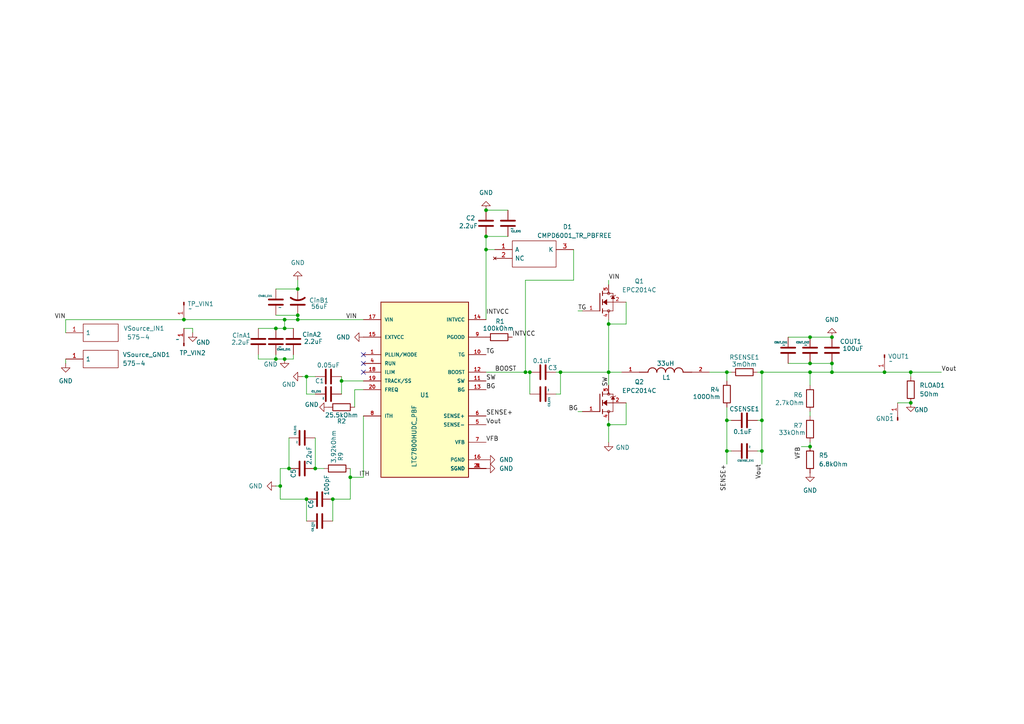
<source format=kicad_sch>
(kicad_sch (version 20250114) (generator "eeschema") (generator_version "9.0")
  (paper "A4")
  (lib_symbols
    (symbol "575-4:575-4" (pin_names (offset 0.762))
      (property "Reference" "TP" (at 16.51 7.62 0))
      (property "Value" "575-4" (at 16.51 5.08 0))
      (symbol "575-4_0_0"
        (pin passive line (at 0 0 0) (length 5.08) (name "1") (number "1"))
      )
      (symbol "575-4_0_1"
        (polyline (pts (xy 5.08 2.54) (xy 15.24 2.54) (xy 15.24 -2.54) (xy 5.08 -2.54) (xy 5.08 2.54)) (stroke (width 0.1524)))
      )
    )
    (symbol "CMPD6001_TR_PBFREE:CMPD6001_TR_PBFREE" (pin_names (offset 0.762))
      (property "Reference" "D" (at 19.05 7.62 0))
      (property "Value" "CMPD6001_TR_PBFREE" (at 19.05 5.08 0))
      (symbol "CMPD6001_TR_PBFREE_0_0"
        (pin passive line (at 0 0 0) (length 5.08) (name "A") (number "1"))
        (pin no_connect line (at 0 -2.54 0) (length 5.08) (name "NC") (number "2"))
        (pin passive line (at 22.86 0 180) (length 5.08) (name "K") (number "3"))
      )
      (symbol "CMPD6001_TR_PBFREE_0_1"
        (polyline (pts (xy 5.08 2.54) (xy 17.78 2.54) (xy 17.78 -5.08) (xy 5.08 -5.08) (xy 5.08 2.54)) (stroke (width 0.1524)))
      )
    )
    (symbol "Connector:Conn_01x01_Pin" (pin_names (offset 1.016) (hide yes))
      (property "Reference" "J" (at 0 2.54 0))
      (property "Value" "Conn_01x01_Pin" (at 0 -2.54 0))
      (symbol "Conn_01x01_Pin_1_1"
        (rectangle (start 0.8636 0.127) (end 0 -0.127) (stroke (width 0.1524)) (fill (type outline)))
        (polyline (pts (xy 1.27 0) (xy 0.8636 0)) (stroke (width 0.1524)))
        (pin passive line (at 5.08 0 180) (length 3.81) (name "Pin_1") (number "1"))
      )
    )
    (symbol "Device:C" (pin_numbers (hide yes)) (pin_names (offset 0.254))
      (property "Reference" "C" (at 0.635 2.54 0))
      (property "Value" "C" (at 0.635 -2.54 0))
      (symbol "C_0_1"
        (polyline (pts (xy -2.032 0.762) (xy 2.032 0.762)) (stroke (width 0.508)))
        (polyline (pts (xy -2.032 -0.762) (xy 2.032 -0.762)) (stroke (width 0.508)))
      )
      (symbol "C_1_1"
        (pin passive line (at 0 3.81 270) (length 2.794) (name "~") (number "1"))
        (pin passive line (at 0 -3.81 90) (length 2.794) (name "~") (number "2"))
      )
    )
    (symbol "Device:C_US" (pin_numbers (hide yes)) (pin_names (offset 0.254) (hide yes))
      (property "Reference" "C" (at 0.635 2.54 0))
      (property "Value" "C_US" (at 0.635 -2.54 0))
      (symbol "C_US_0_1"
        (polyline (pts (xy -2.032 0.762) (xy 2.032 0.762)) (stroke (width 0.508)))
        (arc (start -2.032 -1.27) (mid 0 -0.5572) (end 2.032 -1.27) (stroke (width 0.508)))
      )
      (symbol "C_US_1_1"
        (pin passive line (at 0 3.81 270) (length 2.794) (name "~") (number "1"))
        (pin passive line (at 0 -3.81 90) (length 3.302) (name "~") (number "2"))
      )
    )
    (symbol "Device:R" (pin_numbers (hide yes)) (pin_names (offset 0))
      (property "Reference" "R" (at 2.032 0 90))
      (property "Value" "R" (at 0 0 90))
      (symbol "R_0_1"
        (rectangle (start -1.016 -2.54) (end 1.016 2.54) (stroke (width 0.254)))
      )
      (symbol "R_1_1"
        (pin passive line (at 0 3.81 270) (length 1.27) (name "~") (number "1"))
        (pin passive line (at 0 -3.81 90) (length 1.27) (name "~") (number "2"))
      )
    )
    (symbol "EPC2014C:EPC2014C" (pin_names (offset 1.016))
      (property "Reference" "Q" (at -8.89 3.81 0))
      (property "Value" "EPC2014C" (at -8.89 -7.62 0))
      (symbol "EPC2014C_0_0"
        (polyline (pts (xy 0 2.54) (xy 0 -2.54)) (stroke (width 0.254)))
        (polyline (pts (xy 0.762 3.175) (xy 0.762 2.54)) (stroke (width 0.254)))
        (polyline (pts (xy 0.762 2.54) (xy 0.762 1.905)) (stroke (width 0.254)))
        (polyline (pts (xy 0.762 2.54) (xy 3.81 2.54)) (stroke (width 0.1524)))
        (polyline (pts (xy 0.762 0.762) (xy 0.762 0)) (stroke (width 0.254)))
        (polyline (pts (xy 0.762 0) (xy 0.762 -0.762)) (stroke (width 0.254)))
        (polyline (pts (xy 0.762 0) (xy 2.54 0)) (stroke (width 0.1524)))
        (polyline (pts (xy 0.762 -1.905) (xy 0.762 -2.54)) (stroke (width 0.254)))
        (polyline (pts (xy 0.762 -2.54) (xy 0.762 -3.175)) (stroke (width 0.254)))
        (polyline (pts (xy 1.016 0) (xy 2.032 0.762) (xy 2.032 -0.762) (xy 1.016 0)) (stroke (width 0.1524)) (fill (type outline)))
        (circle (center 2.54 2.54) (radius 0.3592))
        (circle (center 2.54 -2.54) (radius 0.3592))
        (polyline (pts (xy 3.302 1.778) (xy 3.048 1.524)) (stroke (width 0.1524)))
        (polyline (pts (xy 3.81 2.54) (xy 3.81 -2.54)) (stroke (width 0.1524)))
        (polyline (pts (xy 3.81 1.778) (xy 3.302 1.016) (xy 4.318 1.016) (xy 3.81 1.778)) (stroke (width 0.1524)) (fill (type outline)))
        (polyline (pts (xy 3.81 -2.54) (xy 0.762 -2.54)) (stroke (width 0.1524)))
        (polyline (pts (xy 4.318 1.778) (xy 3.302 1.778)) (stroke (width 0.1524)))
        (polyline (pts (xy 4.572 2.032) (xy 4.318 1.778)) (stroke (width 0.1524)))
        (pin passive line (at -5.08 -2.54 0) (length 5.08) (name "~") (number "1"))
        (pin passive line (at 2.54 5.08 270) (length 2.54) (name "~") (number "3"))
        (pin passive line (at 2.54 5.08 270) (length 2.54) (name "~") (number "5"))
        (pin passive line (at 2.54 -5.08 90) (length 2.54) (name "~") (number "4"))
        (pin passive line (at 7.62 0 180) (length 5.08) (name "~") (number "2"))
      )
    )
    (symbol "LTC7800HUDC_PBF:LTC7800HUDC_PBF" (pin_names (offset 1.016))
      (property "Reference" "U" (at -12.7145 26.1919 0))
      (property "Value" "LTC7800HUDC_PBF" (at -12.7165 -27.9764 0))
      (symbol "LTC7800HUDC_PBF_0_0"
        (rectangle (start -12.7 -25.4) (end 12.7 25.4) (stroke (width 0.254)) (fill (type background)))
        (pin input line (at -17.78 20.32 0) (length 5.08) (name "VIN") (number "17"))
        (pin input line (at -17.78 15.24 0) (length 5.08) (name "EXTVCC") (number "15"))
        (pin input line (at -17.78 10.16 0) (length 5.08) (name "PLLIN/MODE") (number "1"))
        (pin input line (at -17.78 7.62 0) (length 5.08) (name "RUN") (number "4"))
        (pin input line (at -17.78 5.08 0) (length 5.08) (name "ILIM") (number "18"))
        (pin input line (at -17.78 2.54 0) (length 5.08) (name "TRACK/SS") (number "19"))
        (pin input line (at -17.78 0 0) (length 5.08) (name "FREQ") (number "20"))
        (pin passive line (at -17.78 -7.62 0) (length 5.08) (name "ITH") (number "8"))
        (pin output line (at 17.78 20.32 180) (length 5.08) (name "INTVCC") (number "14"))
        (pin output line (at 17.78 15.24 180) (length 5.08) (name "PGOOD") (number "9"))
        (pin output line (at 17.78 10.16 180) (length 5.08) (name "TG") (number "10"))
        (pin passive line (at 17.78 5.08 180) (length 5.08) (name "BOOST") (number "12"))
        (pin passive line (at 17.78 2.54 180) (length 5.08) (name "SW") (number "11"))
        (pin output line (at 17.78 0 180) (length 5.08) (name "BG") (number "13"))
        (pin input line (at 17.78 -7.62 180) (length 5.08) (name "SENSE+") (number "6"))
        (pin input line (at 17.78 -10.16 180) (length 5.08) (name "SENSE-") (number "5"))
        (pin input line (at 17.78 -15.24 180) (length 5.08) (name "VFB") (number "7"))
        (pin power_in line (at 17.78 -20.32 180) (length 5.08) (name "PGND") (number "16"))
        (pin power_in line (at 17.78 -22.86 180) (length 5.08) (name "SGND") (number "2"))
        (pin power_in line (at 17.78 -22.86 180) (length 5.08) (name "SGND") (number "21"))
        (pin power_in line (at 17.78 -22.86 180) (length 5.08) (name "SGND") (number "3"))
      )
    )
    (symbol "XGL1010-333MED:XGL1010-333MED" (pin_names (offset 1.016))
      (property "Reference" "L" (at -10.16 7.62 0))
      (property "Value" "XGL1010-333MED" (at -10.16 5.08 0))
      (symbol "XGL1010-333MED_0_0"
        (polyline (pts (xy -5.08 0) (xy -7.62 0)) (stroke (width 0.254)))
        (arc (start -5.08 0) (mid -3.81 1.2645) (end -2.54 0) (stroke (width 0.254)))
        (arc (start -2.54 0) (mid -1.27 1.2645) (end 0 0) (stroke (width 0.254)))
        (arc (start 0 0) (mid 1.27 1.2645) (end 2.54 0) (stroke (width 0.254)))
        (arc (start 2.54 0) (mid 3.81 1.2645) (end 5.08 0) (stroke (width 0.254)))
        (polyline (pts (xy 5.08 0) (xy 7.62 0)) (stroke (width 0.254)))
        (pin passive line (at -12.7 0 0) (length 5.08) (name "~") (number "1"))
        (pin passive line (at 12.7 0 180) (length 5.08) (name "~") (number "2"))
      )
    )
    (symbol "power:GND" (power) (pin_numbers (hide yes)) (pin_names (offset 0) (hide yes))
      (property "Value" "GND" (at 0 -3.81 0))
      (symbol "GND_0_1"
        (polyline (pts (xy 0 0) (xy 0 -1.27) (xy 1.27 -1.27) (xy 0 -2.54) (xy -1.27 -1.27) (xy 0 -1.27)))
      )
      (symbol "GND_1_1"
        (pin power_in line (at 0 0 270) (length 0) (name "~") (number "1"))
      )
    )
  )
  (junction (at 241.3 107.95))
  (junction (at 256.54 107.95))
  (junction (at 152.4 107.95))
  (junction (at 99.06 110.49))
  (junction (at 241.3 97.79))
  (junction (at 162.56 107.95))
  (junction (at 140.97 68.58))
  (junction (at 88.9 144.78))
  (junction (at 101.6 138.43))
  (junction (at 140.97 72.39))
  (junction (at 86.36 92.71))
  (junction (at 86.36 83.82))
  (junction (at 234.95 129.54))
  (junction (at 81.28 140.97))
  (junction (at 220.98 130.81))
  (junction (at 80.01 104.14))
  (junction (at 234.95 107.95))
  (junction (at 140.97 60.96))
  (junction (at 264.16 107.95))
  (junction (at 234.95 97.79))
  (junction (at 241.3 105.41))
  (junction (at 234.95 105.41))
  (junction (at 210.82 107.95))
  (junction (at 176.53 93.98))
  (junction (at 176.53 107.95))
  (junction (at 80.01 95.25))
  (junction (at 220.98 121.92))
  (junction (at 176.53 123.19))
  (junction (at 82.55 104.14))
  (junction (at 153.67 107.95))
  (junction (at 96.52 144.78))
  (junction (at 91.44 135.89))
  (junction (at 82.55 92.71))
  (junction (at 83.82 135.89))
  (junction (at 220.98 107.95))
  (junction (at 53.34 92.71))
  (junction (at 88.9 109.22))
  (junction (at 82.55 95.25))
  (junction (at 210.82 121.92))
  (junction (at 210.82 130.81))
  (junction (at 264.16 116.84))
  (junction (at 86.36 91.44))
  (no_connect (at 105.41 107.95))
  (no_connect (at 105.41 105.41))
  (no_connect (at 105.41 102.87))
  (wire (pts (xy 105.41 138.43) (xy 105.41 120.65)))
  (wire (pts (xy 210.82 130.81) (xy 212.09 130.81)))
  (wire (pts (xy 80.01 91.44) (xy 86.36 91.44)))
  (wire (pts (xy 88.9 109.22) (xy 91.44 109.22)))
  (wire (pts (xy 234.95 97.79) (xy 241.3 97.79)))
  (wire (pts (xy 176.53 121.92) (xy 176.53 123.19)))
  (wire (pts (xy 82.55 92.71) (xy 86.36 92.71)))
  (wire (pts (xy 219.71 130.81) (xy 220.98 130.81)))
  (wire (pts (xy 234.95 128.27) (xy 234.95 129.54)))
  (wire (pts (xy 55.88 95.25) (xy 53.34 95.25)))
  (wire (pts (xy 210.82 107.95) (xy 212.09 107.95)))
  (wire (pts (xy 176.53 107.95) (xy 176.53 111.76)))
  (wire (pts (xy 80.01 95.25) (xy 82.55 95.25)))
  (wire (pts (xy 140.97 68.58) (xy 140.97 72.39)))
  (wire (pts (xy 81.28 144.78) (xy 88.9 144.78)))
  (wire (pts (xy 81.28 135.89) (xy 81.28 140.97)))
  (wire (pts (xy 241.3 107.95) (xy 256.54 107.95)))
  (wire (pts (xy 167.64 119.38) (xy 168.91 119.38)))
  (wire (pts (xy 220.98 107.95) (xy 220.98 121.92)))
  (wire (pts (xy 102.87 118.11) (xy 102.87 113.03)))
  (wire (pts (xy 19.05 92.71) (xy 19.05 96.52)))
  (wire (pts (xy 162.56 107.95) (xy 176.53 107.95)))
  (wire (pts (xy 96.52 144.78) (xy 96.52 151.13)))
  (wire (pts (xy 140.97 68.58) (xy 147.32 68.58)))
  (wire (pts (xy 87.63 109.22) (xy 88.9 109.22)))
  (wire (pts (xy 219.71 121.92) (xy 220.98 121.92)))
  (wire (pts (xy 176.53 92.71) (xy 176.53 93.98)))
  (wire (pts (xy 234.95 105.41) (xy 241.3 105.41)))
  (wire (pts (xy 101.6 135.89) (xy 101.6 138.43)))
  (wire (pts (xy 210.82 121.92) (xy 212.09 121.92)))
  (wire (pts (xy 264.16 107.95) (xy 264.16 109.22)))
  (wire (pts (xy 210.82 107.95) (xy 210.82 110.49)))
  (wire (pts (xy 176.53 93.98) (xy 176.53 107.95)))
  (wire (pts (xy 80.01 102.87) (xy 80.01 104.14)))
  (wire (pts (xy 161.29 114.3) (xy 162.56 114.3)))
  (wire (pts (xy 101.6 138.43) (xy 101.6 144.78)))
  (wire (pts (xy 220.98 121.92) (xy 220.98 130.81)))
  (wire (pts (xy 80.01 83.82) (xy 86.36 83.82)))
  (wire (pts (xy 219.71 107.95) (xy 220.98 107.95)))
  (wire (pts (xy 140.97 60.96) (xy 147.32 60.96)))
  (wire (pts (xy 260.35 116.84) (xy 264.16 116.84)))
  (wire (pts (xy 166.37 72.39) (xy 166.37 81.28)))
  (wire (pts (xy 210.82 118.11) (xy 210.82 121.92)))
  (wire (pts (xy 85.09 104.14) (xy 85.09 102.87)))
  (wire (pts (xy 140.97 107.95) (xy 152.4 107.95)))
  (wire (pts (xy 166.37 81.28) (xy 152.4 81.28)))
  (wire (pts (xy 74.93 104.14) (xy 80.01 104.14)))
  (wire (pts (xy 80.01 104.14) (xy 82.55 104.14)))
  (wire (pts (xy 234.95 107.95) (xy 241.3 107.95)))
  (wire (pts (xy 181.61 123.19) (xy 176.53 123.19)))
  (wire (pts (xy 86.36 81.28) (xy 86.36 83.82)))
  (wire (pts (xy 256.54 107.95) (xy 264.16 107.95)))
  (wire (pts (xy 86.36 92.71) (xy 105.41 92.71)))
  (wire (pts (xy 232.41 129.54) (xy 234.95 129.54)))
  (wire (pts (xy 161.29 107.95) (xy 162.56 107.95)))
  (wire (pts (xy 234.95 107.95) (xy 234.95 111.76)))
  (wire (pts (xy 99.06 109.22) (xy 99.06 110.49)))
  (wire (pts (xy 82.55 95.25) (xy 85.09 95.25)))
  (wire (pts (xy 152.4 81.28) (xy 152.4 107.95)))
  (wire (pts (xy 234.95 119.38) (xy 234.95 120.65)))
  (wire (pts (xy 101.6 138.43) (xy 105.41 138.43)))
  (wire (pts (xy 81.28 135.89) (xy 83.82 135.89)))
  (wire (pts (xy 91.44 127) (xy 91.44 135.89)))
  (wire (pts (xy 210.82 130.81) (xy 210.82 134.62)))
  (wire (pts (xy 99.06 110.49) (xy 105.41 110.49)))
  (wire (pts (xy 88.9 144.78) (xy 88.9 151.13)))
  (wire (pts (xy 81.28 140.97) (xy 81.28 144.78)))
  (wire (pts (xy 220.98 107.95) (xy 234.95 107.95)))
  (wire (pts (xy 96.52 144.78) (xy 101.6 144.78)))
  (wire (pts (xy 140.97 72.39) (xy 140.97 92.71)))
  (wire (pts (xy 74.93 104.14) (xy 74.93 102.87)))
  (wire (pts (xy 80.01 140.97) (xy 81.28 140.97)))
  (wire (pts (xy 176.53 123.19) (xy 176.53 128.27)))
  (wire (pts (xy 82.55 92.71) (xy 82.55 95.25)))
  (wire (pts (xy 264.16 107.95) (xy 273.05 107.95)))
  (wire (pts (xy 19.05 92.71) (xy 53.34 92.71)))
  (wire (pts (xy 91.44 135.89) (xy 93.98 135.89)))
  (wire (pts (xy 74.93 95.25) (xy 80.01 95.25)))
  (wire (pts (xy 167.64 90.17) (xy 168.91 90.17)))
  (wire (pts (xy 53.34 92.71) (xy 82.55 92.71)))
  (wire (pts (xy 99.06 110.49) (xy 99.06 114.3)))
  (wire (pts (xy 19.05 104.14) (xy 19.05 105.41)))
  (wire (pts (xy 176.53 107.95) (xy 180.34 107.95)))
  (wire (pts (xy 88.9 114.3) (xy 88.9 109.22)))
  (wire (pts (xy 102.87 113.03) (xy 105.41 113.03)))
  (wire (pts (xy 210.82 121.92) (xy 210.82 130.81)))
  (wire (pts (xy 82.55 104.14) (xy 85.09 104.14)))
  (wire (pts (xy 181.61 93.98) (xy 176.53 93.98)))
  (wire (pts (xy 91.44 114.3) (xy 88.9 114.3)))
  (wire (pts (xy 181.61 87.63) (xy 181.61 93.98)))
  (wire (pts (xy 205.74 107.95) (xy 210.82 107.95)))
  (wire (pts (xy 153.67 107.95) (xy 153.67 114.3)))
  (wire (pts (xy 83.82 127) (xy 83.82 135.89)))
  (wire (pts (xy 153.67 107.95) (xy 152.4 107.95)))
  (wire (pts (xy 228.6 97.79) (xy 234.95 97.79)))
  (wire (pts (xy 181.61 116.84) (xy 181.61 123.19)))
  (wire (pts (xy 228.6 105.41) (xy 234.95 105.41)))
  (wire (pts (xy 176.53 81.28) (xy 176.53 82.55)))
  (wire (pts (xy 55.88 96.52) (xy 55.88 95.25)))
  (wire (pts (xy 241.3 105.41) (xy 241.3 107.95)))
  (wire (pts (xy 140.97 72.39) (xy 143.51 72.39)))
  (wire (pts (xy 86.36 91.44) (xy 86.36 92.71)))
  (wire (pts (xy 162.56 114.3) (xy 162.56 107.95)))
  (wire (pts (xy 220.98 130.81) (xy 220.98 134.62)))
  (label "SW" (at 140.97 110.49 0))
  (label "BOOST" (at 143.51 107.95 0))
  (label "VFB" (at 140.97 128.27 0))
  (label "BG" (at 140.97 113.03 0))
  (label "SENSE+" (at 210.82 134.62 270))
  (label "Vout" (at 140.97 123.19 0))
  (label "Vout" (at 273.05 107.95 0))
  (label "SW" (at 176.53 109.22 270))
  (label "VIN" (at 176.53 81.28 0))
  (label "TG" (at 167.64 90.17 0))
  (label "SENSE+" (at 140.97 120.65 0))
  (label "BG" (at 167.64 119.38 180))
  (label "Vout" (at 220.98 134.62 270))
  (label "VIN" (at 100.33 92.71 0))
  (label "INTVCC" (at 148.59 97.79 0))
  (label "VIN" (at 19.05 92.71 180))
  (label "VFB" (at 232.41 129.54 270))
  (label "ITH" (at 104.14 138.43 0))
  (label "INTVCC" (at 140.97 91.44 0))
  (label "TG" (at 140.97 102.87 0))
  (symbol (lib_id "Connector:Conn_01x01_Pin") (at 53.34 100.33 90) (unit 1)
    (property "Reference" "TP_VIN2" (at 59.69 102.362 90) (effects (justify left)))
    (property "Value" "~" (at 52.07 98.4251 90) (effects (justify left)))
    (property "Footprint" "Connector_PinHeader_2.54mm:PinHeader_1x01_P2.54mm_Vertical" (effects (hide yes)))
    (property "Description" "Generic connector, single row, 01x01, script generated" (effects (hide yes)))
  )
  (symbol (lib_id "Device:C") (at 87.63 127 90) (unit 1)
    (property "Reference" "C5_EX1" (at 85.598 126.238 0) (effects (font (size 0.508 0.508)) (justify left)))
    (property "Value" "~" (at 86.106 128.778 0) (effects (justify left)))
    (property "Footprint" "Capacitor_SMD:C_0805_2012Metric_Pad1.18x1.45mm_HandSolder" (effects (hide yes)))
    (property "Description" "Unpolarized capacitor" (effects (hide yes)))
  )
  (symbol (lib_id "CMPD6001_TR_PBFREE:CMPD6001_TR_PBFREE") (at 143.51 72.39 0) (unit 1)
    (property "Reference" "D1" (at 164.592 65.786 0))
    (property "Value" "CMPD6001_TR_PBFREE" (at 166.624 68.326 0))
    (property "Footprint" "Diode_SMD:SOT95P230X109-3N" (effects (hide yes)))
    (property "Datasheet" "https://my.centralsemi.com/datasheets/CMPD6001-A-C-S_R1.PDF" (effects (hide yes)))
    (property "Description" "Diode 75 V 250mA Surface Mount SOT-23" (effects (hide yes)))
    (property "Description_1" "Diode 75 V 250mA Surface Mount SOT-23" (effects (hide yes)))
    (property "Height" "1.09" (effects (hide yes)))
    (property "Manufacturer_Name" "Central Semiconductor" (effects (hide yes)))
    (property "Manufacturer_Part_Number" "CMPD6001 TR PBFREE" (effects (hide yes)))
    (property "Mouser Part Number" "610-CMPD6001" (effects (hide yes)))
    (property "Mouser Price/Stock" "https://www.mouser.co.uk/ProductDetail/Central-Semiconductor/CMPD6001-TR-PBFREE?qs=u16ybLDytRYCeZzXsIxPrw%3D%3D" (effects (hide yes)))
    (property "Arrow Part Number" "CMPD6001 TR PBFREE" (effects (hide yes)))
    (property "Arrow Price/Stock" "https://www.arrow.com/en/products/cmpd6001trpbfree/central-semiconductor" (effects (hide yes)))
  )
  (symbol (lib_id "power:GND") (at 105.41 97.79 270) (unit 1)
    (property "Reference" "#PWR06" (effects (hide yes)))
    (property "Value" "GND" (at 101.6 97.7899 90) (effects (justify right)))
    (property "Description" "Power symbol creates a global label with name \"GND\" , ground" (effects (hide yes)))
  )
  (symbol (lib_id "Device:C") (at 95.25 114.3 90) (unit 1)
    (property "Reference" "C1_EX1" (at 93.218 113.538 90) (effects (font (size 0.508 0.508)) (justify left)))
    (property "Value" "~" (at 93.726 116.078 0) (effects (justify left)))
    (property "Footprint" "Capacitor_SMD:C_0805_2012Metric_Pad1.18x1.45mm_HandSolder" (effects (hide yes)))
    (property "Description" "Unpolarized capacitor" (effects (hide yes)))
  )
  (symbol (lib_id "Device:C") (at 80.01 99.06 180) (unit 1)
    (property "Reference" "CinA1_EX1" (at 84.328 101.346 0) (effects (font (size 0.508 0.508)) (justify left)))
    (property "Value" "~" (at 81.788 100.584 0) (effects (justify left)))
    (property "Footprint" "Capacitor_SMD:C_0805_2012Metric_Pad1.18x1.45mm_HandSolder" (effects (hide yes)))
    (property "Description" "Unpolarized capacitor" (effects (hide yes)))
  )
  (symbol (lib_id "Device:R") (at 210.82 114.3 0) (unit 1)
    (property "Reference" "R4" (at 205.994 113.03 0) (effects (justify left)))
    (property "Value" "100Ohm" (at 200.914 115.062 0) (effects (justify left)))
    (property "Footprint" "Resistor_SMD:R_0201_0603Metric_Pad0.64x0.40mm_HandSolder" (effects (hide yes)))
    (property "Description" "Resistor" (effects (hide yes)))
  )
  (symbol (lib_id "power:GND") (at 82.55 104.14 0) (unit 1)
    (property "Reference" "#PWR07" (effects (hide yes)))
    (property "Value" "GND" (at 78.486 105.664 0))
    (property "Description" "Power symbol creates a global label with name \"GND\" , ground" (effects (hide yes)))
  )
  (symbol (lib_id "Device:R") (at 215.9 107.95 90) (unit 1)
    (property "Reference" "RSENSE1" (at 215.9 103.632 90))
    (property "Value" "3mOhm" (at 215.9 105.664 90))
    (property "Footprint" "Resistor_SMD:R_0201_0603Metric_Pad0.64x0.40mm_HandSolder" (effects (hide yes)))
    (property "Description" "Resistor" (effects (hide yes)))
  )
  (symbol (lib_id "power:GND") (at 55.88 96.52 0) (unit 1)
    (property "Reference" "#PWR015" (effects (hide yes)))
    (property "Value" "GND" (at 58.928 99.314 0))
    (property "Description" "Power symbol creates a global label with name \"GND\" , ground" (effects (hide yes)))
  )
  (symbol (lib_id "Device:R") (at 234.95 115.57 0) (unit 1)
    (property "Reference" "R6" (at 230.124 114.554 0) (effects (justify left)))
    (property "Value" "2.7kOhm" (at 224.79 116.84 0) (effects (justify left)))
    (property "Footprint" "Resistor_SMD:R_0201_0603Metric_Pad0.64x0.40mm_HandSolder" (effects (hide yes)))
    (property "Description" "Resistor" (effects (hide yes)))
  )
  (symbol (lib_id "power:GND") (at 234.95 137.16 0) (unit 1)
    (property "Reference" "#PWR012" (effects (hide yes)))
    (property "Value" "GND" (at 234.95 142.24 0))
    (property "Description" "Power symbol creates a global label with name \"GND\" , ground" (effects (hide yes)))
  )
  (symbol (lib_id "Connector:Conn_01x01_Pin") (at 260.35 121.92 90) (unit 1)
    (property "Reference" "GND1" (at 259.334 121.412 90) (effects (justify left)))
    (property "Value" "~" (at 259.08 120.0151 90) (effects (justify left)))
    (property "Footprint" "Connector_PinHeader_2.54mm:PinHeader_1x01_P2.54mm_Vertical" (effects (hide yes)))
    (property "Description" "Generic connector, single row, 01x01, script generated" (effects (hide yes)))
  )
  (symbol (lib_id "EPC2014C:EPC2014C") (at 173.99 116.84 0) (unit 1)
    (property "Reference" "Q2" (at 185.42 110.7692 0))
    (property "Value" "EPC2014C" (at 185.42 113.3092 0))
    (property "Footprint" "XT60PW-M:TRANS_EPC2014C" (effects (hide yes)))
    (property "MF" "EPC" (effects (hide yes)))
    (property "MAXIMUM_PACKAGE_HEIGHT" "0.815mm" (effects (hide yes)))
    (property "Package" "Die EPC" (effects (hide yes)))
    (property "Price" "None" (effects (hide yes)))
    (property "Check_prices" "https://www.snapeda.com/parts/EPC2014C/EPC/view-part/?ref=eda" (effects (hide yes)))
    (property "STANDARD" "Manufacturer Recommendations" (effects (hide yes)))
    (property "PARTREV" "N/A" (effects (hide yes)))
    (property "SnapEDA_Link" "https://www.snapeda.com/parts/EPC2014C/EPC/view-part/?ref=snap" (effects (hide yes)))
    (property "MP" "EPC2014C" (effects (hide yes)))
    (property "Description_1" "N-Channel 40 V 10A (Ta) - Surface Mount Die Outline (5-Solder Bar)" (effects (hide yes)))
    (property "Availability" "In Stock" (effects (hide yes)))
    (property "MANUFACTURER" "EPC" (effects (hide yes)))
  )
  (symbol (lib_id "Connector:Conn_01x01_Pin") (at 256.54 102.87 270) (unit 1)
    (property "Reference" "VOUT1" (at 257.556 103.378 90) (effects (justify left)))
    (property "Value" "~" (at 257.81 104.7749 90) (effects (justify left)))
    (property "Footprint" "Connector_PinHeader_2.54mm:PinHeader_1x01_P2.54mm_Vertical" (effects (hide yes)))
    (property "Description" "Generic connector, single row, 01x01, script generated" (effects (hide yes)))
  )
  (symbol (lib_id "EPC2014C:EPC2014C") (at 173.99 87.63 0) (unit 1)
    (property "Reference" "Q1" (at 185.42 81.5592 0))
    (property "Value" "EPC2014C" (at 185.42 84.0992 0))
    (property "Footprint" "XT60PW-M:TRANS_EPC2014C" (effects (hide yes)))
    (property "MF" "EPC" (effects (hide yes)))
    (property "MAXIMUM_PACKAGE_HEIGHT" "0.815mm" (effects (hide yes)))
    (property "Package" "Die EPC" (effects (hide yes)))
    (property "Price" "None" (effects (hide yes)))
    (property "Check_prices" "https://www.snapeda.com/parts/EPC2014C/EPC/view-part/?ref=eda" (effects (hide yes)))
    (property "STANDARD" "Manufacturer Recommendations" (effects (hide yes)))
    (property "PARTREV" "N/A" (effects (hide yes)))
    (property "SnapEDA_Link" "https://www.snapeda.com/parts/EPC2014C/EPC/view-part/?ref=snap" (effects (hide yes)))
    (property "MP" "EPC2014C" (effects (hide yes)))
    (property "Description_1" "N-Channel 40 V 10A (Ta) - Surface Mount Die Outline (5-Solder Bar)" (effects (hide yes)))
    (property "Availability" "In Stock" (effects (hide yes)))
    (property "MANUFACTURER" "EPC" (effects (hide yes)))
  )
  (symbol (lib_id "Device:C") (at 157.48 107.95 90) (unit 1)
    (property "Reference" "C3" (at 160.274 106.68 90))
    (property "Value" "0.1uF" (at 157.226 104.648 90))
    (property "Footprint" "Capacitor_SMD:C_0805_2012Metric_Pad1.18x1.45mm_HandSolder" (effects (hide yes)))
    (property "Description" "Unpolarized capacitor" (effects (hide yes)))
  )
  (symbol (lib_id "power:GND") (at 86.36 81.28 180) (unit 1)
    (property "Reference" "#PWR09" (effects (hide yes)))
    (property "Value" "GND" (at 86.36 76.2 0))
    (property "Description" "Power symbol creates a global label with name \"GND\" , ground" (effects (hide yes)))
  )
  (symbol (lib_id "Device:C") (at 241.3 101.6 180) (unit 1)
    (property "Reference" "COUT1" (at 243.586 99.06 0) (effects (justify right)))
    (property "Value" "100uF" (at 244.348 101.092 0) (effects (justify right)))
    (property "Footprint" "Capacitor_SMD:C_0805_2012Metric_Pad1.18x1.45mm_HandSolder" (effects (hide yes)))
    (property "Description" "Unpolarized capacitor" (effects (hide yes)))
  )
  (symbol (lib_id "Device:C") (at 147.32 64.77 180) (unit 1)
    (property "Reference" "C2_EX1" (at 151.13 67.056 0) (effects (font (size 0.508 0.508)) (justify left)))
    (property "Value" "~" (at 149.098 66.294 0) (effects (justify left)))
    (property "Footprint" "Capacitor_SMD:C_0805_2012Metric_Pad1.18x1.45mm_HandSolder" (effects (hide yes)))
    (property "Description" "Unpolarized capacitor" (effects (hide yes)))
  )
  (symbol (lib_id "Device:R") (at 234.95 124.46 0) (unit 1)
    (property "Reference" "R7" (at 230.124 123.444 0) (effects (justify left)))
    (property "Value" "33kOhm" (at 225.806 125.476 0) (effects (justify left)))
    (property "Footprint" "Resistor_SMD:R_0201_0603Metric_Pad0.64x0.40mm_HandSolder" (effects (hide yes)))
    (property "Description" "Resistor" (effects (hide yes)))
  )
  (symbol (lib_id "Device:C") (at 95.25 109.22 90) (unit 1)
    (property "Reference" "C1" (at 92.71 110.49 90))
    (property "Value" "0.05uF" (at 95.25 105.918 90))
    (property "Footprint" "Capacitor_SMD:C_0805_2012Metric_Pad1.18x1.45mm_HandSolder" (effects (hide yes)))
    (property "Description" "Unpolarized capacitor" (effects (hide yes)))
  )
  (symbol (lib_id "Connector:Conn_01x01_Pin") (at 53.34 87.63 270) (unit 1)
    (property "Reference" "TP_VIN1" (at 54.356 88.138 90) (effects (justify left)))
    (property "Value" "~" (at 54.61 89.5349 90) (effects (justify left)))
    (property "Footprint" "Connector_PinHeader_2.54mm:PinHeader_1x01_P2.54mm_Vertical" (effects (hide yes)))
    (property "Description" "Generic connector, single row, 01x01, script generated" (effects (hide yes)))
  )
  (symbol (lib_id "Device:C") (at 215.9 130.81 270) (unit 1)
    (property "Reference" "CSENSE_EX1" (at 213.868 133.604 90) (effects (font (size 0.508 0.508)) (justify left)))
    (property "Value" "~" (at 217.424 129.032 0) (effects (justify left)))
    (property "Footprint" "Capacitor_SMD:C_0805_2012Metric_Pad1.18x1.45mm_HandSolder" (effects (hide yes)))
    (property "Description" "Unpolarized capacitor" (effects (hide yes)))
  )
  (symbol (lib_id "Device:C") (at 74.93 99.06 0) (unit 1)
    (property "Reference" "CinA1" (at 67.31 97.282 0) (effects (justify left)))
    (property "Value" "2.2uF" (at 67.056 99.314 0) (effects (justify left)))
    (property "Footprint" "Capacitor_SMD:C_0805_2012Metric_Pad1.18x1.45mm_HandSolder" (effects (hide yes)))
    (property "Description" "Unpolarized capacitor" (effects (hide yes)))
  )
  (symbol (lib_id "Device:C") (at 92.71 144.78 90) (unit 1)
    (property "Reference" "C6" (at 90.17 147.574 0) (effects (justify left)))
    (property "Value" "100pF" (at 94.742 143.764 0) (effects (justify left)))
    (property "Footprint" "Capacitor_SMD:C_0805_2012Metric_Pad1.18x1.45mm_HandSolder" (effects (hide yes)))
    (property "Description" "Unpolarized capacitor" (effects (hide yes)))
  )
  (symbol (lib_id "Device:R") (at 234.95 133.35 0) (unit 1)
    (property "Reference" "R5" (at 237.49 132.0799 0) (effects (justify left)))
    (property "Value" "6.8kOhm" (at 237.49 134.6199 0) (effects (justify left)))
    (property "Footprint" "Resistor_SMD:R_0201_0603Metric_Pad0.64x0.40mm_HandSolder" (effects (hide yes)))
    (property "Description" "Resistor" (effects (hide yes)))
  )
  (symbol (lib_id "Device:C_US") (at 86.36 87.63 180) (unit 1)
    (property "Reference" "CinB1" (at 89.662 87.122 0) (effects (justify right)))
    (property "Value" "56uF" (at 90.17 88.9 0) (effects (justify right)))
    (property "Footprint" "Capacitor_SMD:C_0805_2012Metric_Pad1.18x1.45mm_HandSolder" (effects (hide yes)))
    (property "Description" "capacitor, US symbol" (effects (hide yes)))
  )
  (symbol (lib_id "Device:R") (at 264.16 113.03 0) (unit 1)
    (property "Reference" "RLOAD1" (at 266.7 111.7599 0) (effects (justify left)))
    (property "Value" "5Ohm" (at 266.7 114.2999 0) (effects (justify left)))
    (property "Footprint" "Resistor_SMD:R_0201_0603Metric_Pad0.64x0.40mm_HandSolder" (effects (hide yes)))
    (property "Description" "Resistor" (effects (hide yes)))
  )
  (symbol (lib_id "LTC7800HUDC_PBF:LTC7800HUDC_PBF") (at 123.19 113.03 0) (unit 1)
    (property "Reference" "U1" (at 123.19 114.554 0))
    (property "Value" "LTC7800HUDC_PBF" (at 120.142 126.492 90))
    (property "Footprint" "Package_DFN_QFN:QFN50P400X300X80-21N" (effects (hide yes)))
    (property "MF" "Analog Devices" (effects (hide yes)))
    (property "Description_1" "The LTC7800 is a high performance step-down switching regulator DC/DC controller that drives an all N-channel synchronous power MOSFET stage. A constant frequency current mode architecture allows a phase-lockable frequency of up to 2.25MHz. The 50μA no-load quiescent current extends operating run time in battery-powered systems. OPTI-LOOP® compensation allows the transient response to be optimized over a wide range of output capacitance and ESR values. The LTC7800 features a precision 0.8V reference and power good output indicator. A wide 4V to 60V input supply range encompasses a wide range of intermediate bus voltages and battery chemistries. The output voltage of the LTC7800 can be programmed between 0.8V to 24V. The TRACK/SS pin ramps the output voltages during start-up. Current foldback limits MOSFET heat dissipation during short-circuit conditions. The PLLIN/MODE pin selects among Burst Mode operation, pulse-skipping mode, or continuous conduction mode at light loads. Applications Automotive Always-On Systems Battery Powered Digital Devices Distributed DC Power Systems" (effects (hide yes)))
    (property "Package" "WFQFN-20 Analog Devices" (effects (hide yes)))
    (property "Price" "None" (effects (hide yes)))
    (property "Check_prices" "https://www.snapeda.com/parts/LTC7800HUDC%23PBF/Analog+Devices/view-part/?ref=eda" (effects (hide yes)))
    (property "STANDARD" "IPC-7351B" (effects (hide yes)))
    (property "SnapEDA_Link" "https://www.snapeda.com/parts/LTC7800HUDC%23PBF/Analog+Devices/view-part/?ref=snap" (effects (hide yes)))
    (property "MP" "LTC7800HUDC#PBF" (effects (hide yes)))
    (property "Availability" "In Stock" (effects (hide yes)))
    (property "MANUFACTURER" "Analog Devices" (effects (hide yes)))
  )
  (symbol (lib_id "power:GND") (at 87.63 109.22 270) (unit 1)
    (property "Reference" "#PWR05" (effects (hide yes)))
    (property "Value" "GND" (at 85.852 111.506 90) (effects (justify right)))
    (property "Description" "Power symbol creates a global label with name \"GND\" , ground" (effects (hide yes)))
  )
  (symbol (lib_id "Device:C") (at 228.6 101.6 0) (unit 1)
    (property "Reference" "COUT_EX1" (at 224.536 99.314 0) (effects (font (size 0.508 0.508)) (justify left)))
    (property "Value" "~" (at 226.822 100.076 0) (effects (justify left)))
    (property "Footprint" "Capacitor_SMD:C_0805_2012Metric_Pad1.18x1.45mm_HandSolder" (effects (hide yes)))
    (property "Description" "Unpolarized capacitor" (effects (hide yes)))
  )
  (symbol (lib_id "power:GND") (at 140.97 135.89 90) (unit 1)
    (property "Reference" "#PWR01" (effects (hide yes)))
    (property "Value" "GND" (at 144.78 135.8899 90) (effects (justify right)))
    (property "Description" "Power symbol creates a global label with name \"GND\" , ground" (effects (hide yes)))
  )
  (symbol (lib_id "power:GND") (at 95.25 118.11 270) (unit 1)
    (property "Reference" "#PWR04" (effects (hide yes)))
    (property "Value" "GND" (at 92.456 117.348 90) (effects (justify right)))
    (property "Description" "Power symbol creates a global label with name \"GND\" , ground" (effects (hide yes)))
  )
  (symbol (lib_id "power:GND") (at 80.01 140.97 270) (unit 1)
    (property "Reference" "#PWR014" (effects (hide yes)))
    (property "Value" "GND" (at 76.2 140.9699 90) (effects (justify right)))
    (property "Description" "Power symbol creates a global label with name \"GND\" , ground" (effects (hide yes)))
  )
  (symbol (lib_id "XGL1010-333MED:XGL1010-333MED") (at 193.04 107.95 0) (unit 1)
    (property "Reference" "L1" (at 193.294 109.474 0))
    (property "Value" "33uH" (at 193.04 105.41 0))
    (property "Footprint" "Inductor_SMD:IND_XGL1010-333MED" (effects (hide yes)))
    (property "MF" "Coilcraft" (effects (hide yes)))
    (property "MAXIMUM_PACKAGE_HEIGHT" "10.0mm" (effects (hide yes)))
    (property "Package" "None" (effects (hide yes)))
    (property "Price" "None" (effects (hide yes)))
    (property "Check_prices" "https://www.snapeda.com/parts/XGL1010-333MED/Coilcraft/view-part/?ref=eda" (effects (hide yes)))
    (property "STANDARD" "Manufacturer Recommendations" (effects (hide yes)))
    (property "PARTREV" "08/24/22" (effects (hide yes)))
    (property "SnapEDA_Link" "https://www.snapeda.com/parts/XGL1010-333MED/Coilcraft/view-part/?ref=snap" (effects (hide yes)))
    (property "MP" "XGL1010-333MED" (effects (hide yes)))
    (property "Description_1" "33 µH Shielded Molded Inductor 8.5 A 33.5mOhm Max Nonstandard" (effects (hide yes)))
    (property "MANUFACTURER" "Coilcraft" (effects (hide yes)))
    (property "Availability" "In Stock" (effects (hide yes)))
    (property "SNAPEDA_PN" "XGL1010-332MED" (effects (hide yes)))
  )
  (symbol (lib_id "Device:C") (at 140.97 64.77 0) (unit 1)
    (property "Reference" "C2" (at 135.128 63.246 0) (effects (justify left)))
    (property "Value" "2.2uF" (at 133.096 65.532 0) (effects (justify left)))
    (property "Footprint" "Capacitor_SMD:C_0805_2012Metric_Pad1.18x1.45mm_HandSolder" (effects (hide yes)))
    (property "Description" "Unpolarized capacitor" (effects (hide yes)))
  )
  (symbol (lib_id "power:GND") (at 176.53 128.27 0) (unit 1)
    (property "Reference" "#PWR011" (effects (hide yes)))
    (property "Value" "GND" (at 180.594 129.794 0))
    (property "Description" "Power symbol creates a global label with name \"GND\" , ground" (effects (hide yes)))
  )
  (symbol (lib_id "power:GND") (at 140.97 60.96 180) (unit 1)
    (property "Reference" "#PWR010" (effects (hide yes)))
    (property "Value" "GND" (at 140.97 55.88 0))
    (property "Description" "Power symbol creates a global label with name \"GND\" , ground" (effects (hide yes)))
  )
  (symbol (lib_id "Device:C") (at 92.71 151.13 90) (unit 1)
    (property "Reference" "C6_EX1" (at 90.678 154.178 0) (effects (font (size 0.508 0.508)) (justify left)))
    (property "Value" "~" (at 91.186 152.908 0) (effects (justify left)))
    (property "Footprint" "Capacitor_SMD:C_0805_2012Metric_Pad1.18x1.45mm_HandSolder" (effects (hide yes)))
    (property "Description" "Unpolarized capacitor" (effects (hide yes)))
  )
  (symbol (lib_id "Device:C") (at 87.63 135.89 90) (unit 1)
    (property "Reference" "C5" (at 85.09 138.684 0) (effects (justify left)))
    (property "Value" "2.2uF" (at 89.662 134.874 0) (effects (justify left)))
    (property "Footprint" "Capacitor_SMD:C_0805_2012Metric_Pad1.18x1.45mm_HandSolder" (effects (hide yes)))
    (property "Description" "Unpolarized capacitor" (effects (hide yes)))
  )
  (symbol (lib_id "power:GND") (at 140.97 133.35 90) (unit 1)
    (property "Reference" "#PWR02" (effects (hide yes)))
    (property "Value" "GND" (at 144.78 133.3499 90) (effects (justify right)))
    (property "Description" "Power symbol creates a global label with name \"GND\" , ground" (effects (hide yes)))
  )
  (symbol (lib_id "Device:R") (at 144.78 97.79 90) (unit 1)
    (property "Reference" "R1" (at 145.034 93.218 90))
    (property "Value" "100kOhm" (at 144.526 95.25 90))
    (property "Footprint" "Resistor_SMD:R_0201_0603Metric_Pad0.64x0.40mm_HandSolder" (effects (hide yes)))
    (property "Description" "Resistor" (effects (hide yes)))
  )
  (symbol (lib_id "Device:C") (at 85.09 99.06 0) (unit 1)
    (property "Reference" "CinA2" (at 87.63 97.028 0) (effects (justify left)))
    (property "Value" "2.2uF" (at 88.138 99.06 0) (effects (justify left)))
    (property "Footprint" "Capacitor_SMD:C_0805_2012Metric_Pad1.18x1.45mm_HandSolder" (effects (hide yes)))
    (property "Description" "Unpolarized capacitor" (effects (hide yes)))
  )
  (symbol (lib_id "Device:R") (at 97.79 135.89 270) (unit 1)
    (property "Reference" "R9" (at 98.806 131.064 0) (effects (justify left)))
    (property "Value" "3.92kOhm" (at 96.774 124.714 0) (effects (justify left)))
    (property "Footprint" "Resistor_SMD:R_0201_0603Metric_Pad0.64x0.40mm_HandSolder" (effects (hide yes)))
    (property "Description" "Resistor" (effects (hide yes)))
  )
  (symbol (lib_id "Device:C") (at 157.48 114.3 270) (unit 1)
    (property "Reference" "C3_EX1" (at 159.258 115.062 0) (effects (font (size 0.508 0.508)) (justify left)))
    (property "Value" "~" (at 159.004 112.522 0) (effects (justify left)))
    (property "Footprint" "Capacitor_SMD:C_0805_2012Metric_Pad1.18x1.45mm_HandSolder" (effects (hide yes)))
    (property "Description" "Unpolarized capacitor" (effects (hide yes)))
  )
  (symbol (lib_id "Device:C") (at 80.01 87.63 180) (unit 1)
    (property "Reference" "CinB1_EX1" (at 78.994 85.852 0) (effects (font (size 0.508 0.508)) (justify left)))
    (property "Value" "~" (at 81.788 89.154 0) (effects (justify left)))
    (property "Footprint" "Capacitor_SMD:C_0805_2012Metric_Pad1.18x1.45mm_HandSolder" (effects (hide yes)))
    (property "Description" "Unpolarized capacitor" (effects (hide yes)))
  )
  (symbol (lib_id "575-4:575-4") (at 19.05 104.14 0) (unit 1)
    (property "Reference" "VSource_GND1" (at 35.56 102.87 0) (effects (justify left)))
    (property "Value" "575-4" (at 35.56 105.4099 0) (effects (justify left)))
    (property "Footprint" "Battery:5754" (effects (hide yes)))
    (property "Datasheet" "https://www.keyelco.com/product.cfm/product_id/2379" (effects (hide yes)))
    (property "Description" "Test Plugs & Test Jacks NON-INSUL JACK .218\" BRASS NICKEL PLTD" (effects (hide yes)))
    (property "Description_1" "Test Plugs & Test Jacks NON-INSUL JACK .218\" BRASS NICKEL PLTD" (effects (hide yes)))
    (property "Height" "2.49" (effects (hide yes)))
    (property "Manufacturer_Name" "Keystone Electronics" (effects (hide yes)))
    (property "Manufacturer_Part_Number" "575-4" (effects (hide yes)))
    (property "Mouser Part Number" "534-575-4" (effects (hide yes)))
    (property "Mouser Price/Stock" "https://www.mouser.co.uk/ProductDetail/Keystone-Electronics/575-4?qs=w4ABFRoM%2FL8pPaUzIDyX8Q%3D%3D" (effects (hide yes)))
  )
  (symbol (lib_id "575-4:575-4") (at 19.05 96.52 0) (unit 1)
    (property "Reference" "VSource_IN1" (at 35.814 95.25 0) (effects (justify left)))
    (property "Value" "575-4" (at 36.83 97.7899 0) (effects (justify left)))
    (property "Footprint" "Battery:5754" (effects (hide yes)))
    (property "Datasheet" "https://www.keyelco.com/product.cfm/product_id/2379" (effects (hide yes)))
    (property "Description" "Test Plugs & Test Jacks NON-INSUL JACK .218\" BRASS NICKEL PLTD" (effects (hide yes)))
    (property "Description_1" "Test Plugs & Test Jacks NON-INSUL JACK .218\" BRASS NICKEL PLTD" (effects (hide yes)))
    (property "Height" "2.49" (effects (hide yes)))
    (property "Manufacturer_Name" "Keystone Electronics" (effects (hide yes)))
    (property "Manufacturer_Part_Number" "575-4" (effects (hide yes)))
    (property "Mouser Part Number" "534-575-4" (effects (hide yes)))
    (property "Mouser Price/Stock" "https://www.mouser.co.uk/ProductDetail/Keystone-Electronics/575-4?qs=w4ABFRoM%2FL8pPaUzIDyX8Q%3D%3D" (effects (hide yes)))
  )
  (symbol (lib_id "Device:R") (at 99.06 118.11 90) (unit 1)
    (property "Reference" "R2" (at 99.06 122.174 90))
    (property "Value" "25.5kOhm" (at 99.06 120.396 90))
    (property "Footprint" "Resistor_SMD:R_0201_0603Metric_Pad0.64x0.40mm_HandSolder" (effects (hide yes)))
    (property "Description" "Resistor" (effects (hide yes)))
  )
  (symbol (lib_id "Device:C") (at 234.95 101.6 0) (unit 1)
    (property "Reference" "COUT_EX2" (at 230.886 99.314 0) (effects (font (size 0.508 0.508)) (justify left)))
    (property "Value" "~" (at 233.172 100.076 0) (effects (justify left)))
    (property "Footprint" "Capacitor_SMD:C_0805_2012Metric_Pad1.18x1.45mm_HandSolder" (effects (hide yes)))
    (property "Description" "Unpolarized capacitor" (effects (hide yes)))
  )
  (symbol (lib_id "power:GND") (at 19.05 105.41 0) (unit 1)
    (property "Reference" "#PWR08" (effects (hide yes)))
    (property "Value" "GND" (at 19.05 110.49 0))
    (property "Description" "Power symbol creates a global label with name \"GND\" , ground" (effects (hide yes)))
  )
  (symbol (lib_id "power:GND") (at 241.3 97.79 180) (unit 1)
    (property "Reference" "#PWR013" (effects (hide yes)))
    (property "Value" "GND" (at 241.3 92.71 0))
    (property "Description" "Power symbol creates a global label with name \"GND\" , ground" (effects (hide yes)))
  )
  (symbol (lib_id "power:GND") (at 264.16 116.84 0) (unit 1)
    (property "Reference" "#PWR03" (effects (hide yes)))
    (property "Value" "GND" (at 267.208 118.872 0))
    (property "Description" "Power symbol creates a global label with name \"GND\" , ground" (effects (hide yes)))
  )
  (symbol (lib_id "Device:C") (at 215.9 121.92 90) (unit 1)
    (property "Reference" "CSENSE1" (at 215.9 118.618 90))
    (property "Value" "0.1uF" (at 215.392 125.222 90))
    (property "Footprint" "Capacitor_SMD:C_0805_2012Metric_Pad1.18x1.45mm_HandSolder" (effects (hide yes)))
    (property "Description" "Unpolarized capacitor" (effects (hide yes)))
  )
)
</source>
